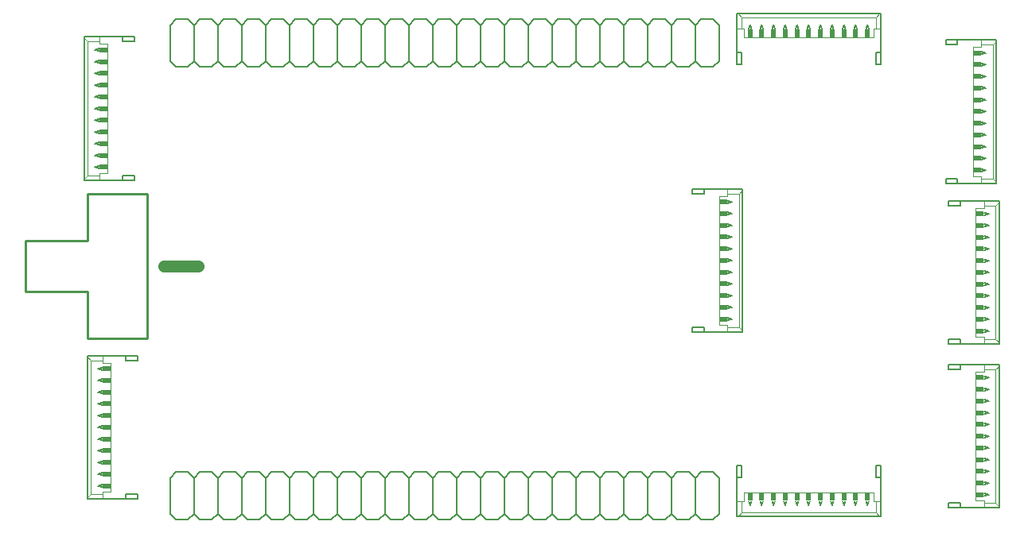
<source format=gto>
G75*
%MOIN*%
%OFA0B0*%
%FSLAX24Y24*%
%IPPOS*%
%LPD*%
%AMOC8*
5,1,8,0,0,1.08239X$1,22.5*
%
%ADD10C,0.0500*%
%ADD11C,0.0100*%
%ADD12C,0.0080*%
%ADD13C,0.0020*%
%ADD14R,0.0344X0.0197*%
%ADD15R,0.0197X0.0344*%
%ADD16C,0.0060*%
D10*
X005937Y011680D02*
X007394Y011680D01*
D11*
X002748Y010617D02*
X002748Y008649D01*
X005229Y008649D01*
X005229Y014711D01*
X002748Y014711D01*
X002748Y012743D01*
X000150Y012743D01*
X000150Y010617D01*
X002748Y010617D01*
D12*
X002728Y001918D02*
X004844Y001918D01*
X004844Y002125D01*
X004352Y002125D01*
X004352Y001928D01*
X003368Y002420D02*
X003171Y002469D01*
X003368Y002519D01*
X003368Y002912D02*
X003171Y002961D01*
X003368Y003011D01*
X003368Y003404D02*
X003171Y003454D01*
X003368Y003503D01*
X003368Y003897D02*
X003171Y003946D01*
X003368Y003995D01*
X003368Y004389D02*
X003171Y004438D01*
X003368Y004487D01*
X003368Y004881D02*
X003171Y004930D01*
X003368Y004979D01*
X003368Y005373D02*
X003171Y005422D01*
X003368Y005471D01*
X003368Y005865D02*
X003171Y005914D01*
X003368Y005963D01*
X003368Y006357D02*
X003171Y006406D01*
X003368Y006456D01*
X003368Y006849D02*
X003171Y006899D01*
X003368Y006948D01*
X003368Y007341D02*
X003171Y007391D01*
X003368Y007440D01*
X002728Y007883D02*
X002728Y001977D01*
X002728Y001918D01*
X004352Y007735D02*
X004844Y007735D01*
X004844Y007942D01*
X002728Y007942D01*
X002728Y007883D01*
X004352Y007932D02*
X004352Y007735D01*
X004719Y015293D02*
X002603Y015293D01*
X002603Y015352D01*
X002603Y021258D01*
X002603Y021317D01*
X004719Y021317D01*
X004719Y021110D01*
X004227Y021110D01*
X004227Y021307D01*
X003243Y020815D02*
X003046Y020766D01*
X003243Y020716D01*
X003243Y020323D02*
X003046Y020274D01*
X003243Y020224D01*
X003243Y019831D02*
X003046Y019781D01*
X003243Y019732D01*
X003243Y019338D02*
X003046Y019289D01*
X003243Y019240D01*
X003243Y018846D02*
X003046Y018797D01*
X003243Y018748D01*
X003243Y018354D02*
X003046Y018305D01*
X003243Y018256D01*
X003243Y017862D02*
X003046Y017813D01*
X003243Y017764D01*
X003243Y017370D02*
X003046Y017321D01*
X003243Y017272D01*
X003243Y016878D02*
X003046Y016829D01*
X003243Y016779D01*
X003243Y016386D02*
X003046Y016336D01*
X003243Y016287D01*
X003243Y015894D02*
X003046Y015844D01*
X003243Y015795D01*
X004227Y015500D02*
X004227Y015303D01*
X004227Y015500D02*
X004719Y015500D01*
X004719Y015293D01*
X028072Y014942D02*
X028072Y014735D01*
X028564Y014735D01*
X028564Y014932D01*
X028072Y014942D02*
X030188Y014942D01*
X030188Y014883D01*
X030188Y008977D01*
X030188Y008918D01*
X028072Y008918D01*
X028072Y009125D01*
X028564Y009125D01*
X028564Y008928D01*
X029549Y009420D02*
X029745Y009469D01*
X029549Y009519D01*
X029549Y009912D02*
X029745Y009961D01*
X029549Y010011D01*
X029549Y010404D02*
X029745Y010454D01*
X029549Y010503D01*
X029549Y010897D02*
X029745Y010946D01*
X029549Y010995D01*
X029549Y011389D02*
X029745Y011438D01*
X029549Y011487D01*
X029549Y011881D02*
X029745Y011930D01*
X029549Y011979D01*
X029549Y012373D02*
X029745Y012422D01*
X029549Y012471D01*
X029549Y012865D02*
X029745Y012914D01*
X029549Y012963D01*
X029549Y013357D02*
X029745Y013406D01*
X029549Y013456D01*
X029549Y013849D02*
X029745Y013899D01*
X029549Y013948D01*
X029549Y014341D02*
X029745Y014391D01*
X029549Y014440D01*
X038697Y015168D02*
X040813Y015168D01*
X040813Y015227D01*
X040813Y021133D01*
X040813Y021192D01*
X038697Y021192D01*
X038697Y020985D01*
X039189Y020985D01*
X039189Y021182D01*
X040174Y020690D02*
X040370Y020641D01*
X040174Y020591D01*
X040174Y020198D02*
X040370Y020149D01*
X040174Y020099D01*
X040174Y019706D02*
X040370Y019656D01*
X040174Y019607D01*
X040174Y019213D02*
X040370Y019164D01*
X040174Y019115D01*
X040174Y018721D02*
X040370Y018672D01*
X040174Y018623D01*
X040174Y018229D02*
X040370Y018180D01*
X040174Y018131D01*
X040174Y017737D02*
X040370Y017688D01*
X040174Y017639D01*
X040174Y017245D02*
X040370Y017196D01*
X040174Y017147D01*
X040174Y016753D02*
X040370Y016704D01*
X040174Y016654D01*
X040174Y016261D02*
X040370Y016211D01*
X040174Y016162D01*
X040174Y015769D02*
X040370Y015719D01*
X040174Y015670D01*
X039189Y015375D02*
X039189Y015178D01*
X039189Y015375D02*
X038697Y015375D01*
X038697Y015168D01*
X038822Y014442D02*
X040938Y014442D01*
X040938Y014383D01*
X040938Y008477D01*
X040938Y008418D01*
X038822Y008418D01*
X038822Y008625D01*
X039314Y008625D01*
X039314Y008428D01*
X040299Y008920D02*
X040495Y008969D01*
X040299Y009019D01*
X040299Y009412D02*
X040495Y009461D01*
X040299Y009511D01*
X040299Y009904D02*
X040495Y009954D01*
X040299Y010003D01*
X040299Y010397D02*
X040495Y010446D01*
X040299Y010495D01*
X040299Y010889D02*
X040495Y010938D01*
X040299Y010987D01*
X040299Y011381D02*
X040495Y011430D01*
X040299Y011479D01*
X040299Y011873D02*
X040495Y011922D01*
X040299Y011971D01*
X040299Y012365D02*
X040495Y012414D01*
X040299Y012463D01*
X040299Y012857D02*
X040495Y012906D01*
X040299Y012956D01*
X040299Y013349D02*
X040495Y013399D01*
X040299Y013448D01*
X040299Y013841D02*
X040495Y013891D01*
X040299Y013940D01*
X039314Y014235D02*
X039314Y014432D01*
X039314Y014235D02*
X038822Y014235D01*
X038822Y014442D01*
X035970Y020169D02*
X035763Y020169D01*
X035763Y020661D01*
X035960Y020661D01*
X035970Y020169D02*
X035970Y022285D01*
X035911Y022285D01*
X030005Y022285D01*
X029946Y022285D01*
X029946Y020169D01*
X030153Y020169D01*
X030153Y020661D01*
X029956Y020661D01*
X030448Y021646D02*
X030497Y021842D01*
X030547Y021646D01*
X030940Y021646D02*
X030990Y021842D01*
X031039Y021646D01*
X031432Y021646D02*
X031482Y021842D01*
X031531Y021646D01*
X031925Y021646D02*
X031974Y021842D01*
X032023Y021646D01*
X032417Y021646D02*
X032466Y021842D01*
X032515Y021646D01*
X032909Y021646D02*
X032958Y021842D01*
X033007Y021646D01*
X033401Y021646D02*
X033450Y021842D01*
X033499Y021646D01*
X033893Y021646D02*
X033942Y021842D01*
X033992Y021646D01*
X034385Y021646D02*
X034434Y021842D01*
X034484Y021646D01*
X034877Y021646D02*
X034927Y021842D01*
X034976Y021646D01*
X035369Y021646D02*
X035419Y021842D01*
X035468Y021646D01*
X038822Y007567D02*
X040938Y007567D01*
X040938Y007508D01*
X040938Y001602D01*
X040938Y001543D01*
X038822Y001543D01*
X038822Y001750D01*
X039314Y001750D01*
X039314Y001553D01*
X040299Y002045D02*
X040495Y002094D01*
X040299Y002144D01*
X040299Y002537D02*
X040495Y002586D01*
X040299Y002636D01*
X040299Y003029D02*
X040495Y003079D01*
X040299Y003128D01*
X040299Y003522D02*
X040495Y003571D01*
X040299Y003620D01*
X040299Y004014D02*
X040495Y004063D01*
X040299Y004112D01*
X040299Y004506D02*
X040495Y004555D01*
X040299Y004604D01*
X040299Y004998D02*
X040495Y005047D01*
X040299Y005096D01*
X040299Y005490D02*
X040495Y005539D01*
X040299Y005588D01*
X040299Y005982D02*
X040495Y006031D01*
X040299Y006081D01*
X040299Y006474D02*
X040495Y006524D01*
X040299Y006573D01*
X040299Y006966D02*
X040495Y007016D01*
X040299Y007065D01*
X039314Y007360D02*
X038822Y007360D01*
X038822Y007567D01*
X039314Y007557D02*
X039314Y007360D01*
X035970Y003316D02*
X035763Y003316D01*
X035763Y002824D01*
X035960Y002824D01*
X035970Y003316D02*
X035970Y001200D01*
X035911Y001200D01*
X030005Y001200D01*
X029946Y001200D01*
X029946Y003316D01*
X030153Y003316D01*
X030153Y002824D01*
X029956Y002824D01*
X030448Y001839D02*
X030497Y001643D01*
X030547Y001839D01*
X030940Y001839D02*
X030990Y001643D01*
X031039Y001839D01*
X031432Y001839D02*
X031482Y001643D01*
X031531Y001839D01*
X031925Y001839D02*
X031974Y001643D01*
X032023Y001839D01*
X032417Y001839D02*
X032466Y001643D01*
X032515Y001839D01*
X032909Y001839D02*
X032958Y001643D01*
X033007Y001839D01*
X033401Y001839D02*
X033450Y001643D01*
X033499Y001839D01*
X033893Y001839D02*
X033942Y001643D01*
X033992Y001839D01*
X034385Y001839D02*
X034434Y001643D01*
X034484Y001839D01*
X034877Y001839D02*
X034927Y001643D01*
X034976Y001839D01*
X035369Y001839D02*
X035419Y001643D01*
X035468Y001839D01*
D13*
X035665Y001839D02*
X035665Y002184D01*
X030251Y002184D01*
X030251Y001839D01*
X030153Y001839D01*
X030153Y001347D01*
X030005Y001200D01*
X030153Y001347D02*
X035763Y001347D01*
X035911Y001200D01*
X035763Y001347D02*
X035763Y001839D01*
X035665Y001839D01*
X035763Y001839D02*
X035960Y001839D01*
X039954Y001848D02*
X040299Y001848D01*
X040299Y001750D01*
X040791Y001750D01*
X040938Y001602D01*
X040791Y001750D02*
X040791Y007360D01*
X040938Y007508D01*
X040791Y007360D02*
X040299Y007360D01*
X040299Y007262D01*
X039954Y007262D01*
X039954Y001848D01*
X040299Y001750D02*
X040299Y001553D01*
X030153Y001839D02*
X029956Y001839D01*
X040299Y007360D02*
X040299Y007557D01*
X040299Y008428D02*
X040299Y008625D01*
X040791Y008625D01*
X040938Y008477D01*
X040791Y008625D02*
X040791Y014235D01*
X040938Y014383D01*
X040791Y014235D02*
X040299Y014235D01*
X040299Y014137D01*
X039954Y014137D01*
X039954Y008723D01*
X040299Y008723D01*
X040299Y008625D01*
X040299Y014235D02*
X040299Y014432D01*
X040174Y015178D02*
X040174Y015375D01*
X040666Y015375D01*
X040813Y015227D01*
X040666Y015375D02*
X040666Y020985D01*
X040813Y021133D01*
X040666Y020985D02*
X040174Y020985D01*
X040174Y020887D01*
X039829Y020887D01*
X039829Y015473D01*
X040174Y015473D01*
X040174Y015375D01*
X040174Y020985D02*
X040174Y021182D01*
X035960Y021646D02*
X035763Y021646D01*
X035763Y022138D01*
X035911Y022285D01*
X035763Y022138D02*
X030153Y022138D01*
X030005Y022285D01*
X030153Y022138D02*
X030153Y021646D01*
X030251Y021646D01*
X030251Y021301D01*
X035665Y021301D01*
X035665Y021646D01*
X035763Y021646D01*
X030153Y021646D02*
X029956Y021646D01*
X029549Y014932D02*
X029549Y014735D01*
X030041Y014735D01*
X030188Y014883D01*
X030041Y014735D02*
X030041Y009125D01*
X030188Y008977D01*
X030041Y009125D02*
X029549Y009125D01*
X029549Y008928D01*
X029549Y009125D02*
X029549Y009223D01*
X029204Y009223D01*
X029204Y014637D01*
X029549Y014637D01*
X029549Y014735D01*
X003587Y015598D02*
X003587Y021012D01*
X003243Y021012D01*
X003243Y021110D01*
X002750Y021110D01*
X002603Y021258D01*
X002750Y021110D02*
X002750Y015500D01*
X002603Y015352D01*
X002750Y015500D02*
X003243Y015500D01*
X003243Y015598D01*
X003587Y015598D01*
X003243Y015500D02*
X003243Y015303D01*
X003243Y021110D02*
X003243Y021307D01*
X003368Y007932D02*
X003368Y007735D01*
X002875Y007735D01*
X002728Y007883D01*
X002875Y007735D02*
X002875Y002125D01*
X002728Y001977D01*
X002875Y002125D02*
X003368Y002125D01*
X003368Y002223D01*
X003712Y002223D01*
X003712Y007637D01*
X003368Y007637D01*
X003368Y007735D01*
X003368Y002125D02*
X003368Y001928D01*
D14*
X003540Y002469D03*
X003540Y002961D03*
X003540Y003454D03*
X003540Y003946D03*
X003540Y004438D03*
X003540Y004930D03*
X003540Y005422D03*
X003540Y005914D03*
X003540Y006406D03*
X003540Y006899D03*
X003540Y007391D03*
X003415Y015844D03*
X003415Y016336D03*
X003415Y016829D03*
X003415Y017321D03*
X003415Y017813D03*
X003415Y018305D03*
X003415Y018797D03*
X003415Y019289D03*
X003415Y019781D03*
X003415Y020274D03*
X003415Y020766D03*
X029376Y014391D03*
X029376Y013899D03*
X029376Y013406D03*
X029376Y012914D03*
X029376Y012422D03*
X029376Y011930D03*
X029376Y011438D03*
X029376Y010946D03*
X029376Y010454D03*
X029376Y009961D03*
X029376Y009469D03*
X040126Y009461D03*
X040126Y009954D03*
X040126Y010446D03*
X040126Y010938D03*
X040126Y011430D03*
X040126Y011922D03*
X040126Y012414D03*
X040126Y012906D03*
X040126Y013399D03*
X040126Y013891D03*
X040001Y015719D03*
X040001Y016211D03*
X040001Y016704D03*
X040001Y017196D03*
X040001Y017688D03*
X040001Y018180D03*
X040001Y018672D03*
X040001Y019164D03*
X040001Y019656D03*
X040001Y020149D03*
X040001Y020641D03*
X040126Y008969D03*
X040126Y007016D03*
X040126Y006524D03*
X040126Y006031D03*
X040126Y005539D03*
X040126Y005047D03*
X040126Y004555D03*
X040126Y004063D03*
X040126Y003571D03*
X040126Y003079D03*
X040126Y002586D03*
X040126Y002094D03*
D15*
X035419Y002012D03*
X034927Y002012D03*
X034434Y002012D03*
X033942Y002012D03*
X033450Y002012D03*
X032958Y002012D03*
X032466Y002012D03*
X031974Y002012D03*
X031482Y002012D03*
X030990Y002012D03*
X030497Y002012D03*
X030497Y021473D03*
X030990Y021473D03*
X031482Y021473D03*
X031974Y021473D03*
X032466Y021473D03*
X032958Y021473D03*
X033450Y021473D03*
X033942Y021473D03*
X034434Y021473D03*
X034927Y021473D03*
X035419Y021473D03*
D16*
X029208Y021805D02*
X029208Y020305D01*
X028958Y020055D01*
X028458Y020055D01*
X028208Y020305D01*
X028208Y021805D01*
X027958Y022055D01*
X027458Y022055D01*
X027208Y021805D01*
X027208Y020305D01*
X026958Y020055D01*
X026458Y020055D01*
X026208Y020305D01*
X026208Y021805D01*
X025958Y022055D01*
X025458Y022055D01*
X025208Y021805D01*
X025208Y020305D01*
X024958Y020055D01*
X024458Y020055D01*
X024208Y020305D01*
X024208Y021805D01*
X023958Y022055D01*
X023458Y022055D01*
X023208Y021805D01*
X023208Y020305D01*
X022958Y020055D01*
X022458Y020055D01*
X022208Y020305D01*
X022208Y021805D01*
X022458Y022055D01*
X022958Y022055D01*
X023208Y021805D01*
X022208Y021805D02*
X021958Y022055D01*
X021458Y022055D01*
X021208Y021805D01*
X021208Y020305D01*
X020958Y020055D01*
X020458Y020055D01*
X020208Y020305D01*
X020208Y021805D01*
X020458Y022055D01*
X020958Y022055D01*
X021208Y021805D01*
X020208Y021805D02*
X019958Y022055D01*
X019458Y022055D01*
X019208Y021805D01*
X019208Y020305D01*
X018958Y020055D01*
X018458Y020055D01*
X018208Y020305D01*
X018208Y021805D01*
X018458Y022055D01*
X018958Y022055D01*
X019208Y021805D01*
X018208Y021805D02*
X017958Y022055D01*
X017458Y022055D01*
X017208Y021805D01*
X017208Y020305D01*
X016958Y020055D01*
X016458Y020055D01*
X016208Y020305D01*
X016208Y021805D01*
X016458Y022055D01*
X016958Y022055D01*
X017208Y021805D01*
X016208Y021805D02*
X015958Y022055D01*
X015458Y022055D01*
X015208Y021805D01*
X015208Y020305D01*
X014958Y020055D01*
X014458Y020055D01*
X014208Y020305D01*
X014208Y021805D01*
X014458Y022055D01*
X014958Y022055D01*
X015208Y021805D01*
X014208Y021805D02*
X013958Y022055D01*
X013458Y022055D01*
X013208Y021805D01*
X012958Y022055D01*
X012458Y022055D01*
X012208Y021805D01*
X011958Y022055D01*
X011458Y022055D01*
X011208Y021805D01*
X010958Y022055D01*
X010458Y022055D01*
X010208Y021805D01*
X009958Y022055D01*
X009458Y022055D01*
X009208Y021805D01*
X008958Y022055D01*
X008458Y022055D01*
X008208Y021805D01*
X007958Y022055D01*
X007458Y022055D01*
X007208Y021805D01*
X006958Y022055D01*
X006458Y022055D01*
X006208Y021805D01*
X006208Y020305D01*
X006458Y020055D01*
X006958Y020055D01*
X007208Y020305D01*
X007208Y021805D01*
X008208Y021805D02*
X008208Y020305D01*
X007958Y020055D01*
X007458Y020055D01*
X007208Y020305D01*
X008208Y020305D02*
X008458Y020055D01*
X008958Y020055D01*
X009208Y020305D01*
X009208Y021805D01*
X010208Y021805D02*
X010208Y020305D01*
X009958Y020055D01*
X009458Y020055D01*
X009208Y020305D01*
X010208Y020305D02*
X010458Y020055D01*
X010958Y020055D01*
X011208Y020305D01*
X011208Y021805D01*
X012208Y021805D02*
X012208Y020305D01*
X011958Y020055D01*
X011458Y020055D01*
X011208Y020305D01*
X012208Y020305D02*
X012458Y020055D01*
X012958Y020055D01*
X013208Y020305D01*
X013208Y021805D01*
X013208Y020305D02*
X013458Y020055D01*
X013958Y020055D01*
X014208Y020305D01*
X015208Y020305D02*
X015458Y020055D01*
X015958Y020055D01*
X016208Y020305D01*
X017208Y020305D02*
X017458Y020055D01*
X017958Y020055D01*
X018208Y020305D01*
X019208Y020305D02*
X019458Y020055D01*
X019958Y020055D01*
X020208Y020305D01*
X021208Y020305D02*
X021458Y020055D01*
X021958Y020055D01*
X022208Y020305D01*
X023208Y020305D02*
X023458Y020055D01*
X023958Y020055D01*
X024208Y020305D01*
X025208Y020305D02*
X025458Y020055D01*
X025958Y020055D01*
X026208Y020305D01*
X027208Y020305D02*
X027458Y020055D01*
X027958Y020055D01*
X028208Y020305D01*
X028208Y021805D02*
X028458Y022055D01*
X028958Y022055D01*
X029208Y021805D01*
X027208Y021805D02*
X026958Y022055D01*
X026458Y022055D01*
X026208Y021805D01*
X025208Y021805D02*
X024958Y022055D01*
X024458Y022055D01*
X024208Y021805D01*
X023958Y003055D02*
X023458Y003055D01*
X023208Y002805D01*
X023208Y001305D01*
X022958Y001055D01*
X022458Y001055D01*
X022208Y001305D01*
X022208Y002805D01*
X022458Y003055D01*
X022958Y003055D01*
X023208Y002805D01*
X023958Y003055D02*
X024208Y002805D01*
X024208Y001305D01*
X023958Y001055D01*
X023458Y001055D01*
X023208Y001305D01*
X022208Y001305D02*
X021958Y001055D01*
X021458Y001055D01*
X021208Y001305D01*
X021208Y002805D01*
X021458Y003055D01*
X021958Y003055D01*
X022208Y002805D01*
X021208Y002805D02*
X020958Y003055D01*
X020458Y003055D01*
X020208Y002805D01*
X020208Y001305D01*
X019958Y001055D01*
X019458Y001055D01*
X019208Y001305D01*
X019208Y002805D01*
X019458Y003055D01*
X019958Y003055D01*
X020208Y002805D01*
X019208Y002805D02*
X018958Y003055D01*
X018458Y003055D01*
X018208Y002805D01*
X018208Y001305D01*
X017958Y001055D01*
X017458Y001055D01*
X017208Y001305D01*
X017208Y002805D01*
X017458Y003055D01*
X017958Y003055D01*
X018208Y002805D01*
X017208Y002805D02*
X016958Y003055D01*
X016458Y003055D01*
X016208Y002805D01*
X016208Y001305D01*
X015958Y001055D01*
X015458Y001055D01*
X015208Y001305D01*
X015208Y002805D01*
X015458Y003055D01*
X015958Y003055D01*
X016208Y002805D01*
X015208Y002805D02*
X014958Y003055D01*
X014458Y003055D01*
X014208Y002805D01*
X014208Y001305D01*
X013958Y001055D01*
X013458Y001055D01*
X013208Y001305D01*
X012958Y001055D01*
X012458Y001055D01*
X012208Y001305D01*
X011958Y001055D01*
X011458Y001055D01*
X011208Y001305D01*
X010958Y001055D01*
X010458Y001055D01*
X010208Y001305D01*
X009958Y001055D01*
X009458Y001055D01*
X009208Y001305D01*
X008958Y001055D01*
X008458Y001055D01*
X008208Y001305D01*
X007958Y001055D01*
X007458Y001055D01*
X007208Y001305D01*
X006958Y001055D01*
X006458Y001055D01*
X006208Y001305D01*
X006208Y002805D01*
X006458Y003055D01*
X006958Y003055D01*
X007208Y002805D01*
X007208Y001305D01*
X008208Y001305D02*
X008208Y002805D01*
X007958Y003055D01*
X007458Y003055D01*
X007208Y002805D01*
X008208Y002805D02*
X008458Y003055D01*
X008958Y003055D01*
X009208Y002805D01*
X009208Y001305D01*
X010208Y001305D02*
X010208Y002805D01*
X009958Y003055D01*
X009458Y003055D01*
X009208Y002805D01*
X010208Y002805D02*
X010458Y003055D01*
X010958Y003055D01*
X011208Y002805D01*
X011208Y001305D01*
X012208Y001305D02*
X012208Y002805D01*
X011958Y003055D01*
X011458Y003055D01*
X011208Y002805D01*
X012208Y002805D02*
X012458Y003055D01*
X012958Y003055D01*
X013208Y002805D01*
X013208Y001305D01*
X014208Y001305D02*
X014458Y001055D01*
X014958Y001055D01*
X015208Y001305D01*
X016208Y001305D02*
X016458Y001055D01*
X016958Y001055D01*
X017208Y001305D01*
X018208Y001305D02*
X018458Y001055D01*
X018958Y001055D01*
X019208Y001305D01*
X020208Y001305D02*
X020458Y001055D01*
X020958Y001055D01*
X021208Y001305D01*
X024208Y001305D02*
X024458Y001055D01*
X024958Y001055D01*
X025208Y001305D01*
X025208Y002805D01*
X024958Y003055D01*
X024458Y003055D01*
X024208Y002805D01*
X025208Y002805D02*
X025458Y003055D01*
X025958Y003055D01*
X026208Y002805D01*
X026208Y001305D01*
X025958Y001055D01*
X025458Y001055D01*
X025208Y001305D01*
X026208Y001305D02*
X026458Y001055D01*
X026958Y001055D01*
X027208Y001305D01*
X027208Y002805D01*
X026958Y003055D01*
X026458Y003055D01*
X026208Y002805D01*
X027208Y002805D02*
X027458Y003055D01*
X027958Y003055D01*
X028208Y002805D01*
X028208Y001305D01*
X027958Y001055D01*
X027458Y001055D01*
X027208Y001305D01*
X028208Y001305D02*
X028458Y001055D01*
X028958Y001055D01*
X029208Y001305D01*
X029208Y002805D01*
X028958Y003055D01*
X028458Y003055D01*
X028208Y002805D01*
X014208Y002805D02*
X013958Y003055D01*
X013458Y003055D01*
X013208Y002805D01*
M02*

</source>
